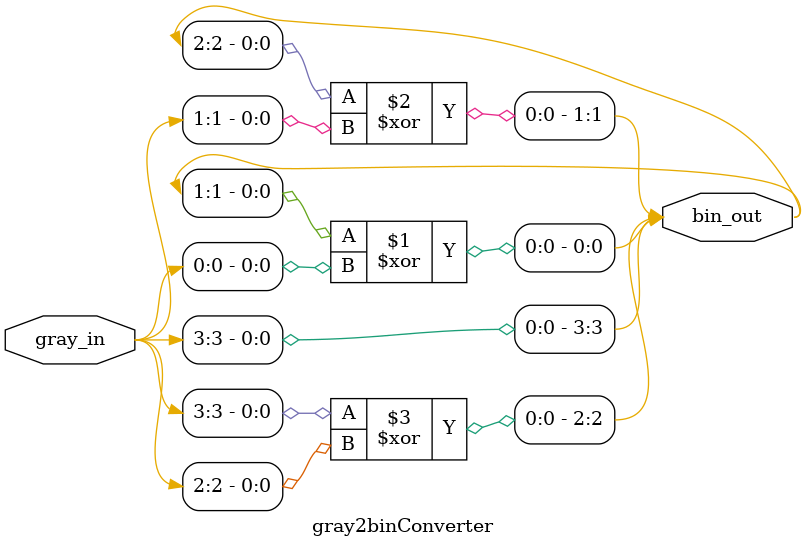
<source format=sv>
`timescale 1ns / 1ps


module gray2binConverter # (
        parameter N = 4
    )
    (   
        input logic [N-1:0] gray_in,
        output logic [N-1:0] bin_out
    );

    genvar i;
    assign bin_out[N-1] = gray_in[N-1];
    generate
        for (i=0; i < N-1; i++) begin
            assign bin_out[i] = bin_out[i+1] ^ gray_in[i];
        end
    endgenerate

    

endmodule

</source>
